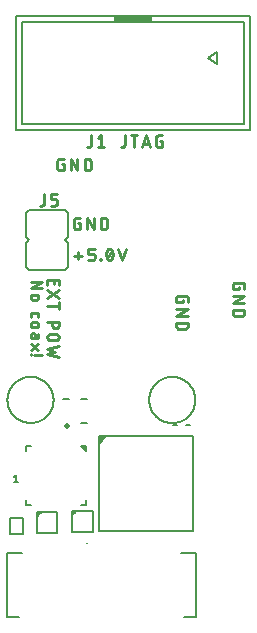
<source format=gto>
G75*
%MOIN*%
%OFA0B0*%
%FSLAX25Y25*%
%IPPOS*%
%LPD*%
%AMOC8*
5,1,8,0,0,1.08239X$1,22.5*
%
%ADD10C,0.00787*%
%ADD11C,0.00600*%
%ADD12C,0.00900*%
%ADD13C,0.00500*%
%ADD14C,0.01969*%
%ADD15R,0.12000X0.02000*%
D10*
X0166691Y0119457D02*
X0166693Y0119646D01*
X0166700Y0119834D01*
X0166712Y0120022D01*
X0166728Y0120210D01*
X0166749Y0120398D01*
X0166774Y0120585D01*
X0166804Y0120771D01*
X0166839Y0120957D01*
X0166878Y0121141D01*
X0166921Y0121325D01*
X0166969Y0121507D01*
X0167022Y0121688D01*
X0167079Y0121868D01*
X0167140Y0122047D01*
X0167206Y0122224D01*
X0167276Y0122399D01*
X0167350Y0122572D01*
X0167429Y0122744D01*
X0167512Y0122913D01*
X0167599Y0123081D01*
X0167690Y0123246D01*
X0167785Y0123409D01*
X0167884Y0123570D01*
X0167986Y0123728D01*
X0168093Y0123883D01*
X0168204Y0124036D01*
X0168318Y0124186D01*
X0168436Y0124334D01*
X0168557Y0124478D01*
X0168682Y0124619D01*
X0168811Y0124757D01*
X0168942Y0124893D01*
X0169078Y0125024D01*
X0169216Y0125153D01*
X0169357Y0125278D01*
X0169501Y0125399D01*
X0169649Y0125517D01*
X0169799Y0125631D01*
X0169952Y0125742D01*
X0170107Y0125849D01*
X0170265Y0125951D01*
X0170426Y0126050D01*
X0170589Y0126145D01*
X0170754Y0126236D01*
X0170922Y0126323D01*
X0171091Y0126406D01*
X0171263Y0126485D01*
X0171436Y0126559D01*
X0171611Y0126629D01*
X0171788Y0126695D01*
X0171967Y0126756D01*
X0172147Y0126813D01*
X0172328Y0126866D01*
X0172510Y0126914D01*
X0172694Y0126957D01*
X0172878Y0126996D01*
X0173064Y0127031D01*
X0173250Y0127061D01*
X0173437Y0127086D01*
X0173625Y0127107D01*
X0173813Y0127123D01*
X0174001Y0127135D01*
X0174189Y0127142D01*
X0174378Y0127144D01*
X0174567Y0127142D01*
X0174755Y0127135D01*
X0174943Y0127123D01*
X0175131Y0127107D01*
X0175319Y0127086D01*
X0175506Y0127061D01*
X0175692Y0127031D01*
X0175878Y0126996D01*
X0176062Y0126957D01*
X0176246Y0126914D01*
X0176428Y0126866D01*
X0176609Y0126813D01*
X0176789Y0126756D01*
X0176968Y0126695D01*
X0177145Y0126629D01*
X0177320Y0126559D01*
X0177493Y0126485D01*
X0177665Y0126406D01*
X0177834Y0126323D01*
X0178002Y0126236D01*
X0178167Y0126145D01*
X0178330Y0126050D01*
X0178491Y0125951D01*
X0178649Y0125849D01*
X0178804Y0125742D01*
X0178957Y0125631D01*
X0179107Y0125517D01*
X0179255Y0125399D01*
X0179399Y0125278D01*
X0179540Y0125153D01*
X0179678Y0125024D01*
X0179814Y0124893D01*
X0179945Y0124757D01*
X0180074Y0124619D01*
X0180199Y0124478D01*
X0180320Y0124334D01*
X0180438Y0124186D01*
X0180552Y0124036D01*
X0180663Y0123883D01*
X0180770Y0123728D01*
X0180872Y0123570D01*
X0180971Y0123409D01*
X0181066Y0123246D01*
X0181157Y0123081D01*
X0181244Y0122913D01*
X0181327Y0122744D01*
X0181406Y0122572D01*
X0181480Y0122399D01*
X0181550Y0122224D01*
X0181616Y0122047D01*
X0181677Y0121868D01*
X0181734Y0121688D01*
X0181787Y0121507D01*
X0181835Y0121325D01*
X0181878Y0121141D01*
X0181917Y0120957D01*
X0181952Y0120771D01*
X0181982Y0120585D01*
X0182007Y0120398D01*
X0182028Y0120210D01*
X0182044Y0120022D01*
X0182056Y0119834D01*
X0182063Y0119646D01*
X0182065Y0119457D01*
X0182063Y0119268D01*
X0182056Y0119080D01*
X0182044Y0118892D01*
X0182028Y0118704D01*
X0182007Y0118516D01*
X0181982Y0118329D01*
X0181952Y0118143D01*
X0181917Y0117957D01*
X0181878Y0117773D01*
X0181835Y0117589D01*
X0181787Y0117407D01*
X0181734Y0117226D01*
X0181677Y0117046D01*
X0181616Y0116867D01*
X0181550Y0116690D01*
X0181480Y0116515D01*
X0181406Y0116342D01*
X0181327Y0116170D01*
X0181244Y0116001D01*
X0181157Y0115833D01*
X0181066Y0115668D01*
X0180971Y0115505D01*
X0180872Y0115344D01*
X0180770Y0115186D01*
X0180663Y0115031D01*
X0180552Y0114878D01*
X0180438Y0114728D01*
X0180320Y0114580D01*
X0180199Y0114436D01*
X0180074Y0114295D01*
X0179945Y0114157D01*
X0179814Y0114021D01*
X0179678Y0113890D01*
X0179540Y0113761D01*
X0179399Y0113636D01*
X0179255Y0113515D01*
X0179107Y0113397D01*
X0178957Y0113283D01*
X0178804Y0113172D01*
X0178649Y0113065D01*
X0178491Y0112963D01*
X0178330Y0112864D01*
X0178167Y0112769D01*
X0178002Y0112678D01*
X0177834Y0112591D01*
X0177665Y0112508D01*
X0177493Y0112429D01*
X0177320Y0112355D01*
X0177145Y0112285D01*
X0176968Y0112219D01*
X0176789Y0112158D01*
X0176609Y0112101D01*
X0176428Y0112048D01*
X0176246Y0112000D01*
X0176062Y0111957D01*
X0175878Y0111918D01*
X0175692Y0111883D01*
X0175506Y0111853D01*
X0175319Y0111828D01*
X0175131Y0111807D01*
X0174943Y0111791D01*
X0174755Y0111779D01*
X0174567Y0111772D01*
X0174378Y0111770D01*
X0174189Y0111772D01*
X0174001Y0111779D01*
X0173813Y0111791D01*
X0173625Y0111807D01*
X0173437Y0111828D01*
X0173250Y0111853D01*
X0173064Y0111883D01*
X0172878Y0111918D01*
X0172694Y0111957D01*
X0172510Y0112000D01*
X0172328Y0112048D01*
X0172147Y0112101D01*
X0171967Y0112158D01*
X0171788Y0112219D01*
X0171611Y0112285D01*
X0171436Y0112355D01*
X0171263Y0112429D01*
X0171091Y0112508D01*
X0170922Y0112591D01*
X0170754Y0112678D01*
X0170589Y0112769D01*
X0170426Y0112864D01*
X0170265Y0112963D01*
X0170107Y0113065D01*
X0169952Y0113172D01*
X0169799Y0113283D01*
X0169649Y0113397D01*
X0169501Y0113515D01*
X0169357Y0113636D01*
X0169216Y0113761D01*
X0169078Y0113890D01*
X0168942Y0114021D01*
X0168811Y0114157D01*
X0168682Y0114295D01*
X0168557Y0114436D01*
X0168436Y0114580D01*
X0168318Y0114728D01*
X0168204Y0114878D01*
X0168093Y0115031D01*
X0167986Y0115186D01*
X0167884Y0115344D01*
X0167785Y0115505D01*
X0167690Y0115668D01*
X0167599Y0115833D01*
X0167512Y0116001D01*
X0167429Y0116170D01*
X0167350Y0116342D01*
X0167276Y0116515D01*
X0167206Y0116690D01*
X0167140Y0116867D01*
X0167079Y0117046D01*
X0167022Y0117226D01*
X0166969Y0117407D01*
X0166921Y0117589D01*
X0166878Y0117773D01*
X0166839Y0117957D01*
X0166804Y0118143D01*
X0166774Y0118329D01*
X0166749Y0118516D01*
X0166728Y0118704D01*
X0166712Y0118892D01*
X0166700Y0119080D01*
X0166693Y0119268D01*
X0166691Y0119457D01*
X0213935Y0119457D02*
X0213937Y0119646D01*
X0213944Y0119834D01*
X0213956Y0120022D01*
X0213972Y0120210D01*
X0213993Y0120398D01*
X0214018Y0120585D01*
X0214048Y0120771D01*
X0214083Y0120957D01*
X0214122Y0121141D01*
X0214165Y0121325D01*
X0214213Y0121507D01*
X0214266Y0121688D01*
X0214323Y0121868D01*
X0214384Y0122047D01*
X0214450Y0122224D01*
X0214520Y0122399D01*
X0214594Y0122572D01*
X0214673Y0122744D01*
X0214756Y0122913D01*
X0214843Y0123081D01*
X0214934Y0123246D01*
X0215029Y0123409D01*
X0215128Y0123570D01*
X0215230Y0123728D01*
X0215337Y0123883D01*
X0215448Y0124036D01*
X0215562Y0124186D01*
X0215680Y0124334D01*
X0215801Y0124478D01*
X0215926Y0124619D01*
X0216055Y0124757D01*
X0216186Y0124893D01*
X0216322Y0125024D01*
X0216460Y0125153D01*
X0216601Y0125278D01*
X0216745Y0125399D01*
X0216893Y0125517D01*
X0217043Y0125631D01*
X0217196Y0125742D01*
X0217351Y0125849D01*
X0217509Y0125951D01*
X0217670Y0126050D01*
X0217833Y0126145D01*
X0217998Y0126236D01*
X0218166Y0126323D01*
X0218335Y0126406D01*
X0218507Y0126485D01*
X0218680Y0126559D01*
X0218855Y0126629D01*
X0219032Y0126695D01*
X0219211Y0126756D01*
X0219391Y0126813D01*
X0219572Y0126866D01*
X0219754Y0126914D01*
X0219938Y0126957D01*
X0220122Y0126996D01*
X0220308Y0127031D01*
X0220494Y0127061D01*
X0220681Y0127086D01*
X0220869Y0127107D01*
X0221057Y0127123D01*
X0221245Y0127135D01*
X0221433Y0127142D01*
X0221622Y0127144D01*
X0221811Y0127142D01*
X0221999Y0127135D01*
X0222187Y0127123D01*
X0222375Y0127107D01*
X0222563Y0127086D01*
X0222750Y0127061D01*
X0222936Y0127031D01*
X0223122Y0126996D01*
X0223306Y0126957D01*
X0223490Y0126914D01*
X0223672Y0126866D01*
X0223853Y0126813D01*
X0224033Y0126756D01*
X0224212Y0126695D01*
X0224389Y0126629D01*
X0224564Y0126559D01*
X0224737Y0126485D01*
X0224909Y0126406D01*
X0225078Y0126323D01*
X0225246Y0126236D01*
X0225411Y0126145D01*
X0225574Y0126050D01*
X0225735Y0125951D01*
X0225893Y0125849D01*
X0226048Y0125742D01*
X0226201Y0125631D01*
X0226351Y0125517D01*
X0226499Y0125399D01*
X0226643Y0125278D01*
X0226784Y0125153D01*
X0226922Y0125024D01*
X0227058Y0124893D01*
X0227189Y0124757D01*
X0227318Y0124619D01*
X0227443Y0124478D01*
X0227564Y0124334D01*
X0227682Y0124186D01*
X0227796Y0124036D01*
X0227907Y0123883D01*
X0228014Y0123728D01*
X0228116Y0123570D01*
X0228215Y0123409D01*
X0228310Y0123246D01*
X0228401Y0123081D01*
X0228488Y0122913D01*
X0228571Y0122744D01*
X0228650Y0122572D01*
X0228724Y0122399D01*
X0228794Y0122224D01*
X0228860Y0122047D01*
X0228921Y0121868D01*
X0228978Y0121688D01*
X0229031Y0121507D01*
X0229079Y0121325D01*
X0229122Y0121141D01*
X0229161Y0120957D01*
X0229196Y0120771D01*
X0229226Y0120585D01*
X0229251Y0120398D01*
X0229272Y0120210D01*
X0229288Y0120022D01*
X0229300Y0119834D01*
X0229307Y0119646D01*
X0229309Y0119457D01*
X0229307Y0119268D01*
X0229300Y0119080D01*
X0229288Y0118892D01*
X0229272Y0118704D01*
X0229251Y0118516D01*
X0229226Y0118329D01*
X0229196Y0118143D01*
X0229161Y0117957D01*
X0229122Y0117773D01*
X0229079Y0117589D01*
X0229031Y0117407D01*
X0228978Y0117226D01*
X0228921Y0117046D01*
X0228860Y0116867D01*
X0228794Y0116690D01*
X0228724Y0116515D01*
X0228650Y0116342D01*
X0228571Y0116170D01*
X0228488Y0116001D01*
X0228401Y0115833D01*
X0228310Y0115668D01*
X0228215Y0115505D01*
X0228116Y0115344D01*
X0228014Y0115186D01*
X0227907Y0115031D01*
X0227796Y0114878D01*
X0227682Y0114728D01*
X0227564Y0114580D01*
X0227443Y0114436D01*
X0227318Y0114295D01*
X0227189Y0114157D01*
X0227058Y0114021D01*
X0226922Y0113890D01*
X0226784Y0113761D01*
X0226643Y0113636D01*
X0226499Y0113515D01*
X0226351Y0113397D01*
X0226201Y0113283D01*
X0226048Y0113172D01*
X0225893Y0113065D01*
X0225735Y0112963D01*
X0225574Y0112864D01*
X0225411Y0112769D01*
X0225246Y0112678D01*
X0225078Y0112591D01*
X0224909Y0112508D01*
X0224737Y0112429D01*
X0224564Y0112355D01*
X0224389Y0112285D01*
X0224212Y0112219D01*
X0224033Y0112158D01*
X0223853Y0112101D01*
X0223672Y0112048D01*
X0223490Y0112000D01*
X0223306Y0111957D01*
X0223122Y0111918D01*
X0222936Y0111883D01*
X0222750Y0111853D01*
X0222563Y0111828D01*
X0222375Y0111807D01*
X0222187Y0111791D01*
X0221999Y0111779D01*
X0221811Y0111772D01*
X0221622Y0111770D01*
X0221433Y0111772D01*
X0221245Y0111779D01*
X0221057Y0111791D01*
X0220869Y0111807D01*
X0220681Y0111828D01*
X0220494Y0111853D01*
X0220308Y0111883D01*
X0220122Y0111918D01*
X0219938Y0111957D01*
X0219754Y0112000D01*
X0219572Y0112048D01*
X0219391Y0112101D01*
X0219211Y0112158D01*
X0219032Y0112219D01*
X0218855Y0112285D01*
X0218680Y0112355D01*
X0218507Y0112429D01*
X0218335Y0112508D01*
X0218166Y0112591D01*
X0217998Y0112678D01*
X0217833Y0112769D01*
X0217670Y0112864D01*
X0217509Y0112963D01*
X0217351Y0113065D01*
X0217196Y0113172D01*
X0217043Y0113283D01*
X0216893Y0113397D01*
X0216745Y0113515D01*
X0216601Y0113636D01*
X0216460Y0113761D01*
X0216322Y0113890D01*
X0216186Y0114021D01*
X0216055Y0114157D01*
X0215926Y0114295D01*
X0215801Y0114436D01*
X0215680Y0114580D01*
X0215562Y0114728D01*
X0215448Y0114878D01*
X0215337Y0115031D01*
X0215230Y0115186D01*
X0215128Y0115344D01*
X0215029Y0115505D01*
X0214934Y0115668D01*
X0214843Y0115833D01*
X0214756Y0116001D01*
X0214673Y0116170D01*
X0214594Y0116342D01*
X0214520Y0116515D01*
X0214450Y0116690D01*
X0214384Y0116867D01*
X0214323Y0117046D01*
X0214266Y0117226D01*
X0214213Y0117407D01*
X0214165Y0117589D01*
X0214122Y0117773D01*
X0214083Y0117957D01*
X0214048Y0118143D01*
X0214018Y0118329D01*
X0213993Y0118516D01*
X0213972Y0118704D01*
X0213956Y0118892D01*
X0213944Y0119080D01*
X0213937Y0119268D01*
X0213935Y0119457D01*
D11*
X0169457Y0094472D02*
X0169457Y0091922D01*
X0168749Y0091922D02*
X0170165Y0091922D01*
X0168749Y0093905D02*
X0169457Y0094472D01*
X0173890Y0162882D02*
X0172890Y0163882D01*
X0172890Y0171882D01*
X0173890Y0172882D01*
X0172890Y0173882D01*
X0172890Y0181882D01*
X0173890Y0182882D01*
X0185890Y0182882D01*
X0186890Y0181882D01*
X0186890Y0173882D01*
X0185890Y0172882D01*
X0186890Y0171882D01*
X0186890Y0163882D01*
X0185890Y0162882D01*
X0173890Y0162882D01*
D12*
X0174403Y0158829D02*
X0178228Y0158829D01*
X0174403Y0156704D01*
X0178228Y0156704D01*
X0179978Y0156089D02*
X0183802Y0153540D01*
X0183802Y0151908D02*
X0183802Y0149784D01*
X0183802Y0150846D02*
X0179978Y0150846D01*
X0179978Y0153540D02*
X0183802Y0156089D01*
X0183802Y0157706D02*
X0183802Y0159406D01*
X0179978Y0159406D01*
X0179978Y0157706D01*
X0182103Y0158131D02*
X0182103Y0159406D01*
X0176103Y0154506D02*
X0175253Y0154506D01*
X0175196Y0154504D01*
X0175140Y0154498D01*
X0175084Y0154489D01*
X0175028Y0154476D01*
X0174974Y0154459D01*
X0174921Y0154439D01*
X0174870Y0154415D01*
X0174820Y0154387D01*
X0174772Y0154357D01*
X0174726Y0154323D01*
X0174683Y0154286D01*
X0174642Y0154247D01*
X0174604Y0154205D01*
X0174569Y0154160D01*
X0174537Y0154113D01*
X0174508Y0154064D01*
X0174482Y0154014D01*
X0174460Y0153961D01*
X0174441Y0153908D01*
X0174426Y0153853D01*
X0174415Y0153797D01*
X0174407Y0153741D01*
X0174403Y0153684D01*
X0174403Y0153628D01*
X0174407Y0153571D01*
X0174415Y0153515D01*
X0174426Y0153459D01*
X0174441Y0153404D01*
X0174460Y0153351D01*
X0174482Y0153298D01*
X0174508Y0153248D01*
X0174537Y0153199D01*
X0174569Y0153152D01*
X0174604Y0153107D01*
X0174642Y0153065D01*
X0174683Y0153026D01*
X0174726Y0152989D01*
X0174772Y0152955D01*
X0174820Y0152925D01*
X0174870Y0152897D01*
X0174921Y0152873D01*
X0174974Y0152853D01*
X0175028Y0152836D01*
X0175084Y0152823D01*
X0175140Y0152814D01*
X0175196Y0152808D01*
X0175253Y0152806D01*
X0176103Y0152806D01*
X0176160Y0152808D01*
X0176216Y0152814D01*
X0176272Y0152823D01*
X0176328Y0152836D01*
X0176382Y0152853D01*
X0176435Y0152873D01*
X0176486Y0152897D01*
X0176536Y0152925D01*
X0176584Y0152955D01*
X0176630Y0152989D01*
X0176673Y0153026D01*
X0176714Y0153065D01*
X0176752Y0153107D01*
X0176787Y0153152D01*
X0176819Y0153199D01*
X0176848Y0153248D01*
X0176874Y0153298D01*
X0176896Y0153351D01*
X0176915Y0153404D01*
X0176930Y0153459D01*
X0176941Y0153515D01*
X0176949Y0153571D01*
X0176953Y0153628D01*
X0176953Y0153684D01*
X0176949Y0153741D01*
X0176941Y0153797D01*
X0176930Y0153853D01*
X0176915Y0153908D01*
X0176896Y0153961D01*
X0176874Y0154014D01*
X0176848Y0154064D01*
X0176819Y0154113D01*
X0176787Y0154160D01*
X0176752Y0154205D01*
X0176714Y0154247D01*
X0176673Y0154286D01*
X0176630Y0154323D01*
X0176584Y0154357D01*
X0176536Y0154387D01*
X0176486Y0154415D01*
X0176435Y0154439D01*
X0176382Y0154459D01*
X0176328Y0154476D01*
X0176272Y0154489D01*
X0176216Y0154498D01*
X0176160Y0154504D01*
X0176103Y0154506D01*
X0176315Y0148545D02*
X0175041Y0148545D01*
X0174993Y0148543D01*
X0174946Y0148538D01*
X0174899Y0148529D01*
X0174853Y0148517D01*
X0174808Y0148501D01*
X0174765Y0148482D01*
X0174723Y0148460D01*
X0174682Y0148434D01*
X0174644Y0148406D01*
X0174608Y0148375D01*
X0174574Y0148341D01*
X0174543Y0148305D01*
X0174515Y0148267D01*
X0174489Y0148227D01*
X0174467Y0148184D01*
X0174448Y0148141D01*
X0174432Y0148096D01*
X0174420Y0148050D01*
X0174411Y0148003D01*
X0174406Y0147956D01*
X0174404Y0147908D01*
X0174403Y0147908D02*
X0174403Y0147058D01*
X0175253Y0145293D02*
X0176103Y0145293D01*
X0176103Y0145294D02*
X0176160Y0145292D01*
X0176216Y0145286D01*
X0176272Y0145277D01*
X0176328Y0145264D01*
X0176382Y0145247D01*
X0176435Y0145227D01*
X0176486Y0145203D01*
X0176536Y0145175D01*
X0176584Y0145145D01*
X0176630Y0145111D01*
X0176673Y0145074D01*
X0176714Y0145035D01*
X0176752Y0144993D01*
X0176787Y0144948D01*
X0176819Y0144901D01*
X0176848Y0144852D01*
X0176874Y0144802D01*
X0176896Y0144749D01*
X0176915Y0144696D01*
X0176930Y0144641D01*
X0176941Y0144585D01*
X0176949Y0144529D01*
X0176953Y0144472D01*
X0176953Y0144416D01*
X0176949Y0144359D01*
X0176941Y0144303D01*
X0176930Y0144247D01*
X0176915Y0144192D01*
X0176896Y0144139D01*
X0176874Y0144086D01*
X0176848Y0144036D01*
X0176819Y0143987D01*
X0176787Y0143940D01*
X0176752Y0143895D01*
X0176714Y0143853D01*
X0176673Y0143814D01*
X0176630Y0143777D01*
X0176584Y0143743D01*
X0176536Y0143713D01*
X0176486Y0143685D01*
X0176435Y0143661D01*
X0176382Y0143641D01*
X0176328Y0143624D01*
X0176272Y0143611D01*
X0176216Y0143602D01*
X0176160Y0143596D01*
X0176103Y0143594D01*
X0175253Y0143594D01*
X0175196Y0143596D01*
X0175140Y0143602D01*
X0175084Y0143611D01*
X0175028Y0143624D01*
X0174974Y0143641D01*
X0174921Y0143661D01*
X0174870Y0143685D01*
X0174820Y0143713D01*
X0174772Y0143743D01*
X0174726Y0143777D01*
X0174683Y0143814D01*
X0174642Y0143853D01*
X0174604Y0143895D01*
X0174569Y0143940D01*
X0174537Y0143987D01*
X0174508Y0144036D01*
X0174482Y0144086D01*
X0174460Y0144139D01*
X0174441Y0144192D01*
X0174426Y0144247D01*
X0174415Y0144303D01*
X0174407Y0144359D01*
X0174403Y0144416D01*
X0174403Y0144472D01*
X0174407Y0144529D01*
X0174415Y0144585D01*
X0174426Y0144641D01*
X0174441Y0144696D01*
X0174460Y0144749D01*
X0174482Y0144802D01*
X0174508Y0144852D01*
X0174537Y0144901D01*
X0174569Y0144948D01*
X0174604Y0144993D01*
X0174642Y0145035D01*
X0174683Y0145074D01*
X0174726Y0145111D01*
X0174772Y0145145D01*
X0174820Y0145175D01*
X0174870Y0145203D01*
X0174921Y0145227D01*
X0174974Y0145247D01*
X0175028Y0145264D01*
X0175084Y0145277D01*
X0175140Y0145286D01*
X0175196Y0145292D01*
X0175253Y0145294D01*
X0176953Y0147058D02*
X0176953Y0147908D01*
X0176952Y0147908D02*
X0176950Y0147956D01*
X0176945Y0148003D01*
X0176936Y0148050D01*
X0176924Y0148096D01*
X0176908Y0148141D01*
X0176889Y0148184D01*
X0176867Y0148227D01*
X0176841Y0148267D01*
X0176813Y0148305D01*
X0176782Y0148341D01*
X0176748Y0148375D01*
X0176712Y0148406D01*
X0176674Y0148434D01*
X0176634Y0148460D01*
X0176591Y0148482D01*
X0176548Y0148501D01*
X0176503Y0148517D01*
X0176457Y0148529D01*
X0176410Y0148538D01*
X0176363Y0148543D01*
X0176315Y0148545D01*
X0179978Y0145424D02*
X0183802Y0145424D01*
X0183802Y0144361D01*
X0183800Y0144297D01*
X0183794Y0144233D01*
X0183785Y0144170D01*
X0183771Y0144107D01*
X0183754Y0144045D01*
X0183733Y0143984D01*
X0183708Y0143925D01*
X0183680Y0143867D01*
X0183649Y0143812D01*
X0183614Y0143758D01*
X0183576Y0143706D01*
X0183535Y0143657D01*
X0183491Y0143610D01*
X0183444Y0143566D01*
X0183395Y0143525D01*
X0183343Y0143487D01*
X0183289Y0143452D01*
X0183234Y0143421D01*
X0183176Y0143393D01*
X0183117Y0143368D01*
X0183056Y0143347D01*
X0182994Y0143330D01*
X0182931Y0143316D01*
X0182868Y0143307D01*
X0182804Y0143301D01*
X0182740Y0143299D01*
X0182676Y0143301D01*
X0182612Y0143307D01*
X0182549Y0143316D01*
X0182486Y0143330D01*
X0182424Y0143347D01*
X0182363Y0143368D01*
X0182304Y0143393D01*
X0182246Y0143421D01*
X0182191Y0143452D01*
X0182137Y0143487D01*
X0182085Y0143525D01*
X0182036Y0143566D01*
X0181989Y0143610D01*
X0181945Y0143657D01*
X0181904Y0143706D01*
X0181866Y0143758D01*
X0181831Y0143812D01*
X0181800Y0143867D01*
X0181772Y0143925D01*
X0181747Y0143984D01*
X0181726Y0144045D01*
X0181709Y0144107D01*
X0181695Y0144170D01*
X0181686Y0144233D01*
X0181680Y0144297D01*
X0181678Y0144361D01*
X0181678Y0145424D01*
X0181040Y0141420D02*
X0182740Y0141420D01*
X0182804Y0141418D01*
X0182868Y0141412D01*
X0182931Y0141403D01*
X0182994Y0141389D01*
X0183056Y0141372D01*
X0183117Y0141351D01*
X0183176Y0141326D01*
X0183234Y0141298D01*
X0183289Y0141267D01*
X0183343Y0141232D01*
X0183395Y0141194D01*
X0183444Y0141153D01*
X0183491Y0141109D01*
X0183535Y0141062D01*
X0183576Y0141013D01*
X0183614Y0140961D01*
X0183649Y0140907D01*
X0183680Y0140852D01*
X0183708Y0140794D01*
X0183733Y0140735D01*
X0183754Y0140674D01*
X0183771Y0140612D01*
X0183785Y0140549D01*
X0183794Y0140486D01*
X0183800Y0140422D01*
X0183802Y0140358D01*
X0183800Y0140294D01*
X0183794Y0140230D01*
X0183785Y0140167D01*
X0183771Y0140104D01*
X0183754Y0140042D01*
X0183733Y0139981D01*
X0183708Y0139922D01*
X0183680Y0139864D01*
X0183649Y0139809D01*
X0183614Y0139755D01*
X0183576Y0139703D01*
X0183535Y0139654D01*
X0183491Y0139607D01*
X0183444Y0139563D01*
X0183395Y0139522D01*
X0183343Y0139484D01*
X0183289Y0139449D01*
X0183234Y0139418D01*
X0183176Y0139390D01*
X0183117Y0139365D01*
X0183056Y0139344D01*
X0182994Y0139327D01*
X0182931Y0139313D01*
X0182868Y0139304D01*
X0182804Y0139298D01*
X0182740Y0139296D01*
X0182740Y0139295D02*
X0181040Y0139295D01*
X0181040Y0139296D02*
X0180976Y0139298D01*
X0180912Y0139304D01*
X0180849Y0139313D01*
X0180786Y0139327D01*
X0180724Y0139344D01*
X0180663Y0139365D01*
X0180604Y0139390D01*
X0180546Y0139418D01*
X0180491Y0139449D01*
X0180437Y0139484D01*
X0180385Y0139522D01*
X0180336Y0139563D01*
X0180289Y0139607D01*
X0180245Y0139654D01*
X0180204Y0139703D01*
X0180166Y0139755D01*
X0180131Y0139809D01*
X0180100Y0139864D01*
X0180072Y0139922D01*
X0180047Y0139981D01*
X0180026Y0140042D01*
X0180009Y0140104D01*
X0179995Y0140167D01*
X0179986Y0140230D01*
X0179980Y0140294D01*
X0179978Y0140358D01*
X0179980Y0140422D01*
X0179986Y0140486D01*
X0179995Y0140549D01*
X0180009Y0140612D01*
X0180026Y0140674D01*
X0180047Y0140735D01*
X0180072Y0140794D01*
X0180100Y0140852D01*
X0180131Y0140907D01*
X0180166Y0140961D01*
X0180204Y0141013D01*
X0180245Y0141062D01*
X0180289Y0141109D01*
X0180336Y0141153D01*
X0180385Y0141194D01*
X0180437Y0141232D01*
X0180491Y0141267D01*
X0180546Y0141298D01*
X0180604Y0141326D01*
X0180663Y0141351D01*
X0180724Y0141372D01*
X0180786Y0141389D01*
X0180849Y0141403D01*
X0180912Y0141412D01*
X0180976Y0141418D01*
X0181040Y0141420D01*
X0176953Y0141433D02*
X0176953Y0140583D01*
X0176952Y0140583D02*
X0176950Y0140535D01*
X0176945Y0140488D01*
X0176936Y0140441D01*
X0176924Y0140395D01*
X0176908Y0140350D01*
X0176889Y0140307D01*
X0176867Y0140265D01*
X0176841Y0140224D01*
X0176813Y0140186D01*
X0176782Y0140150D01*
X0176748Y0140116D01*
X0176712Y0140085D01*
X0176674Y0140057D01*
X0176634Y0140031D01*
X0176591Y0140009D01*
X0176548Y0139990D01*
X0176503Y0139974D01*
X0176457Y0139962D01*
X0176410Y0139953D01*
X0176363Y0139948D01*
X0176315Y0139946D01*
X0174403Y0139946D01*
X0174403Y0140902D01*
X0174405Y0140955D01*
X0174411Y0141008D01*
X0174420Y0141060D01*
X0174433Y0141112D01*
X0174450Y0141162D01*
X0174470Y0141211D01*
X0174494Y0141259D01*
X0174521Y0141304D01*
X0174551Y0141348D01*
X0174585Y0141389D01*
X0174621Y0141428D01*
X0174660Y0141464D01*
X0174701Y0141498D01*
X0174745Y0141528D01*
X0174790Y0141555D01*
X0174838Y0141579D01*
X0174887Y0141599D01*
X0174937Y0141616D01*
X0174989Y0141629D01*
X0175041Y0141638D01*
X0175094Y0141644D01*
X0175147Y0141646D01*
X0175200Y0141644D01*
X0175253Y0141638D01*
X0175305Y0141629D01*
X0175357Y0141616D01*
X0175407Y0141599D01*
X0175456Y0141579D01*
X0175504Y0141555D01*
X0175549Y0141528D01*
X0175593Y0141498D01*
X0175634Y0141464D01*
X0175673Y0141428D01*
X0175709Y0141389D01*
X0175743Y0141348D01*
X0175773Y0141304D01*
X0175800Y0141259D01*
X0175824Y0141211D01*
X0175844Y0141162D01*
X0175861Y0141112D01*
X0175874Y0141060D01*
X0175883Y0141008D01*
X0175889Y0140955D01*
X0175891Y0140902D01*
X0175890Y0140902D02*
X0175890Y0139946D01*
X0176953Y0137923D02*
X0174403Y0136224D01*
X0174403Y0134629D02*
X0174403Y0134416D01*
X0174616Y0134416D01*
X0174616Y0134629D01*
X0174403Y0134629D01*
X0175678Y0134522D02*
X0178228Y0134522D01*
X0179978Y0134689D02*
X0183802Y0133839D01*
X0182528Y0135539D02*
X0179978Y0134689D01*
X0179978Y0136389D02*
X0182528Y0135539D01*
X0183802Y0137239D02*
X0179978Y0136389D01*
X0176953Y0136224D02*
X0174403Y0137923D01*
X0190197Y0166261D02*
X0190197Y0168811D01*
X0188922Y0167536D02*
X0191472Y0167536D01*
X0193670Y0168173D02*
X0193670Y0169873D01*
X0195795Y0169873D01*
X0194945Y0168173D02*
X0193670Y0168173D01*
X0194945Y0168174D02*
X0195001Y0168172D01*
X0195056Y0168167D01*
X0195111Y0168158D01*
X0195165Y0168145D01*
X0195218Y0168129D01*
X0195270Y0168109D01*
X0195321Y0168086D01*
X0195370Y0168060D01*
X0195417Y0168031D01*
X0195462Y0167998D01*
X0195505Y0167963D01*
X0195546Y0167925D01*
X0195584Y0167884D01*
X0195619Y0167841D01*
X0195652Y0167796D01*
X0195681Y0167749D01*
X0195707Y0167700D01*
X0195730Y0167649D01*
X0195750Y0167597D01*
X0195766Y0167544D01*
X0195779Y0167490D01*
X0195788Y0167435D01*
X0195793Y0167380D01*
X0195795Y0167324D01*
X0195795Y0166899D01*
X0195793Y0166843D01*
X0195788Y0166788D01*
X0195779Y0166733D01*
X0195766Y0166679D01*
X0195750Y0166626D01*
X0195730Y0166574D01*
X0195707Y0166523D01*
X0195681Y0166474D01*
X0195652Y0166427D01*
X0195619Y0166382D01*
X0195584Y0166339D01*
X0195546Y0166298D01*
X0195505Y0166260D01*
X0195462Y0166225D01*
X0195417Y0166192D01*
X0195370Y0166163D01*
X0195321Y0166137D01*
X0195270Y0166114D01*
X0195218Y0166094D01*
X0195165Y0166078D01*
X0195111Y0166065D01*
X0195056Y0166056D01*
X0195001Y0166051D01*
X0194945Y0166049D01*
X0193670Y0166049D01*
X0197603Y0166049D02*
X0197815Y0166049D01*
X0197815Y0166261D01*
X0197603Y0166261D01*
X0197603Y0166049D01*
X0201429Y0166580D02*
X0201476Y0166679D01*
X0201519Y0166781D01*
X0201558Y0166883D01*
X0201594Y0166987D01*
X0201626Y0167093D01*
X0201654Y0167199D01*
X0201679Y0167306D01*
X0201700Y0167414D01*
X0201717Y0167523D01*
X0201731Y0167632D01*
X0201740Y0167741D01*
X0201746Y0167851D01*
X0201748Y0167961D01*
X0199623Y0167961D02*
X0199625Y0168071D01*
X0199631Y0168181D01*
X0199640Y0168290D01*
X0199654Y0168399D01*
X0199671Y0168508D01*
X0199692Y0168616D01*
X0199717Y0168723D01*
X0199745Y0168829D01*
X0199777Y0168935D01*
X0199813Y0169039D01*
X0199852Y0169141D01*
X0199895Y0169243D01*
X0199942Y0169342D01*
X0199941Y0169342D02*
X0199961Y0169392D01*
X0199984Y0169442D01*
X0200010Y0169489D01*
X0200039Y0169535D01*
X0200071Y0169578D01*
X0200107Y0169619D01*
X0200145Y0169658D01*
X0200185Y0169694D01*
X0200228Y0169727D01*
X0200273Y0169757D01*
X0200320Y0169783D01*
X0200369Y0169807D01*
X0200419Y0169827D01*
X0200471Y0169843D01*
X0200524Y0169856D01*
X0200577Y0169866D01*
X0200631Y0169871D01*
X0200685Y0169873D01*
X0200739Y0169871D01*
X0200793Y0169866D01*
X0200846Y0169856D01*
X0200899Y0169843D01*
X0200951Y0169827D01*
X0201001Y0169807D01*
X0201050Y0169783D01*
X0201097Y0169757D01*
X0201142Y0169727D01*
X0201185Y0169694D01*
X0201225Y0169658D01*
X0201263Y0169619D01*
X0201299Y0169578D01*
X0201331Y0169535D01*
X0201360Y0169489D01*
X0201386Y0169442D01*
X0201409Y0169393D01*
X0201429Y0169342D01*
X0201535Y0169023D02*
X0199836Y0166899D01*
X0200685Y0166049D02*
X0200739Y0166051D01*
X0200793Y0166056D01*
X0200846Y0166066D01*
X0200899Y0166079D01*
X0200951Y0166095D01*
X0201001Y0166115D01*
X0201050Y0166139D01*
X0201097Y0166165D01*
X0201142Y0166195D01*
X0201185Y0166228D01*
X0201225Y0166264D01*
X0201263Y0166303D01*
X0201299Y0166344D01*
X0201331Y0166387D01*
X0201360Y0166433D01*
X0201386Y0166480D01*
X0201409Y0166529D01*
X0201429Y0166580D01*
X0200685Y0166049D02*
X0200631Y0166051D01*
X0200577Y0166056D01*
X0200524Y0166066D01*
X0200471Y0166079D01*
X0200419Y0166095D01*
X0200369Y0166115D01*
X0200320Y0166139D01*
X0200273Y0166165D01*
X0200228Y0166195D01*
X0200185Y0166228D01*
X0200145Y0166264D01*
X0200107Y0166303D01*
X0200071Y0166344D01*
X0200039Y0166387D01*
X0200010Y0166433D01*
X0199984Y0166480D01*
X0199961Y0166529D01*
X0199941Y0166580D01*
X0201748Y0167961D02*
X0201746Y0168071D01*
X0201740Y0168181D01*
X0201731Y0168290D01*
X0201717Y0168399D01*
X0201700Y0168508D01*
X0201679Y0168616D01*
X0201654Y0168723D01*
X0201626Y0168829D01*
X0201594Y0168935D01*
X0201558Y0169039D01*
X0201519Y0169141D01*
X0201476Y0169243D01*
X0201429Y0169342D01*
X0199623Y0167961D02*
X0199625Y0167851D01*
X0199631Y0167741D01*
X0199640Y0167632D01*
X0199654Y0167523D01*
X0199671Y0167414D01*
X0199692Y0167306D01*
X0199717Y0167199D01*
X0199745Y0167093D01*
X0199777Y0166987D01*
X0199813Y0166883D01*
X0199852Y0166781D01*
X0199895Y0166679D01*
X0199942Y0166580D01*
X0203663Y0169873D02*
X0204937Y0166049D01*
X0206212Y0169873D01*
X0198953Y0176285D02*
X0197891Y0176285D01*
X0197891Y0180109D01*
X0198953Y0180109D01*
X0199017Y0180107D01*
X0199081Y0180101D01*
X0199144Y0180092D01*
X0199207Y0180078D01*
X0199269Y0180061D01*
X0199330Y0180040D01*
X0199389Y0180015D01*
X0199447Y0179987D01*
X0199502Y0179956D01*
X0199556Y0179921D01*
X0199608Y0179883D01*
X0199657Y0179842D01*
X0199704Y0179798D01*
X0199748Y0179751D01*
X0199789Y0179702D01*
X0199827Y0179650D01*
X0199862Y0179596D01*
X0199893Y0179541D01*
X0199921Y0179483D01*
X0199946Y0179424D01*
X0199967Y0179363D01*
X0199984Y0179301D01*
X0199998Y0179238D01*
X0200007Y0179175D01*
X0200013Y0179111D01*
X0200015Y0179047D01*
X0200015Y0177347D01*
X0200013Y0177283D01*
X0200007Y0177219D01*
X0199998Y0177156D01*
X0199984Y0177093D01*
X0199967Y0177031D01*
X0199946Y0176970D01*
X0199921Y0176911D01*
X0199893Y0176853D01*
X0199862Y0176798D01*
X0199827Y0176744D01*
X0199789Y0176692D01*
X0199748Y0176643D01*
X0199704Y0176596D01*
X0199657Y0176552D01*
X0199608Y0176511D01*
X0199556Y0176473D01*
X0199502Y0176438D01*
X0199447Y0176407D01*
X0199389Y0176379D01*
X0199330Y0176354D01*
X0199269Y0176333D01*
X0199207Y0176316D01*
X0199144Y0176302D01*
X0199081Y0176293D01*
X0199017Y0176287D01*
X0198953Y0176285D01*
X0195480Y0176285D02*
X0195480Y0180109D01*
X0193355Y0180109D02*
X0193355Y0176285D01*
X0195480Y0176285D02*
X0193355Y0180109D01*
X0190945Y0180109D02*
X0189670Y0180109D01*
X0189670Y0180110D02*
X0189612Y0180108D01*
X0189554Y0180102D01*
X0189497Y0180092D01*
X0189441Y0180078D01*
X0189385Y0180061D01*
X0189331Y0180040D01*
X0189279Y0180015D01*
X0189228Y0179986D01*
X0189180Y0179954D01*
X0189134Y0179919D01*
X0189090Y0179881D01*
X0189049Y0179840D01*
X0189011Y0179796D01*
X0188976Y0179750D01*
X0188944Y0179702D01*
X0188915Y0179651D01*
X0188890Y0179599D01*
X0188869Y0179545D01*
X0188852Y0179489D01*
X0188838Y0179433D01*
X0188828Y0179376D01*
X0188822Y0179318D01*
X0188820Y0179260D01*
X0188820Y0177135D01*
X0188822Y0177079D01*
X0188827Y0177024D01*
X0188836Y0176969D01*
X0188849Y0176915D01*
X0188865Y0176862D01*
X0188885Y0176810D01*
X0188908Y0176759D01*
X0188934Y0176710D01*
X0188963Y0176663D01*
X0188996Y0176618D01*
X0189031Y0176575D01*
X0189069Y0176534D01*
X0189110Y0176496D01*
X0189153Y0176461D01*
X0189198Y0176428D01*
X0189245Y0176399D01*
X0189294Y0176373D01*
X0189345Y0176350D01*
X0189397Y0176330D01*
X0189450Y0176314D01*
X0189504Y0176301D01*
X0189559Y0176292D01*
X0189614Y0176287D01*
X0189670Y0176285D01*
X0190945Y0176285D01*
X0190945Y0178410D01*
X0190307Y0178410D01*
X0183342Y0185088D02*
X0183342Y0185513D01*
X0183340Y0185569D01*
X0183335Y0185624D01*
X0183326Y0185679D01*
X0183313Y0185733D01*
X0183297Y0185786D01*
X0183277Y0185838D01*
X0183254Y0185889D01*
X0183228Y0185938D01*
X0183199Y0185985D01*
X0183166Y0186030D01*
X0183131Y0186073D01*
X0183093Y0186114D01*
X0183052Y0186152D01*
X0183009Y0186187D01*
X0182964Y0186220D01*
X0182917Y0186249D01*
X0182868Y0186275D01*
X0182817Y0186298D01*
X0182765Y0186318D01*
X0182712Y0186334D01*
X0182658Y0186347D01*
X0182603Y0186356D01*
X0182548Y0186361D01*
X0182492Y0186363D01*
X0182492Y0186362D02*
X0181217Y0186362D01*
X0181217Y0188062D01*
X0183342Y0188062D01*
X0183342Y0185088D02*
X0183340Y0185032D01*
X0183335Y0184977D01*
X0183326Y0184922D01*
X0183313Y0184868D01*
X0183297Y0184815D01*
X0183277Y0184763D01*
X0183254Y0184712D01*
X0183228Y0184663D01*
X0183199Y0184616D01*
X0183166Y0184571D01*
X0183131Y0184528D01*
X0183093Y0184487D01*
X0183052Y0184449D01*
X0183009Y0184414D01*
X0182964Y0184381D01*
X0182917Y0184352D01*
X0182868Y0184326D01*
X0182817Y0184303D01*
X0182765Y0184283D01*
X0182712Y0184267D01*
X0182658Y0184254D01*
X0182603Y0184245D01*
X0182548Y0184240D01*
X0182492Y0184238D01*
X0181217Y0184238D01*
X0178977Y0185088D02*
X0178977Y0188062D01*
X0178977Y0185088D02*
X0178975Y0185032D01*
X0178970Y0184977D01*
X0178961Y0184922D01*
X0178948Y0184868D01*
X0178932Y0184815D01*
X0178912Y0184763D01*
X0178889Y0184712D01*
X0178863Y0184663D01*
X0178834Y0184616D01*
X0178801Y0184571D01*
X0178766Y0184528D01*
X0178728Y0184487D01*
X0178687Y0184449D01*
X0178644Y0184414D01*
X0178599Y0184381D01*
X0178552Y0184352D01*
X0178503Y0184326D01*
X0178452Y0184303D01*
X0178400Y0184283D01*
X0178347Y0184267D01*
X0178293Y0184254D01*
X0178238Y0184245D01*
X0178183Y0184240D01*
X0178127Y0184238D01*
X0177702Y0184238D01*
X0184158Y0195970D02*
X0185433Y0195970D01*
X0185433Y0198095D01*
X0184795Y0198095D01*
X0183308Y0198945D02*
X0183310Y0199003D01*
X0183316Y0199061D01*
X0183326Y0199118D01*
X0183340Y0199174D01*
X0183357Y0199230D01*
X0183378Y0199284D01*
X0183403Y0199336D01*
X0183432Y0199387D01*
X0183464Y0199435D01*
X0183499Y0199481D01*
X0183537Y0199525D01*
X0183578Y0199566D01*
X0183622Y0199604D01*
X0183668Y0199639D01*
X0183716Y0199671D01*
X0183767Y0199700D01*
X0183819Y0199725D01*
X0183873Y0199746D01*
X0183929Y0199763D01*
X0183985Y0199777D01*
X0184042Y0199787D01*
X0184100Y0199793D01*
X0184158Y0199795D01*
X0184158Y0199794D02*
X0185433Y0199794D01*
X0183308Y0198945D02*
X0183308Y0196820D01*
X0183310Y0196764D01*
X0183315Y0196709D01*
X0183324Y0196654D01*
X0183337Y0196600D01*
X0183353Y0196547D01*
X0183373Y0196495D01*
X0183396Y0196444D01*
X0183422Y0196395D01*
X0183451Y0196348D01*
X0183484Y0196303D01*
X0183519Y0196260D01*
X0183557Y0196219D01*
X0183598Y0196181D01*
X0183641Y0196146D01*
X0183686Y0196113D01*
X0183733Y0196084D01*
X0183782Y0196058D01*
X0183833Y0196035D01*
X0183885Y0196015D01*
X0183938Y0195999D01*
X0183992Y0195986D01*
X0184047Y0195977D01*
X0184102Y0195972D01*
X0184158Y0195970D01*
X0187844Y0195970D02*
X0187844Y0199794D01*
X0189968Y0195970D01*
X0189968Y0199794D01*
X0192379Y0199794D02*
X0192379Y0195970D01*
X0193441Y0195970D01*
X0193505Y0195972D01*
X0193569Y0195978D01*
X0193632Y0195987D01*
X0193695Y0196001D01*
X0193757Y0196018D01*
X0193818Y0196039D01*
X0193877Y0196064D01*
X0193935Y0196092D01*
X0193990Y0196123D01*
X0194044Y0196158D01*
X0194096Y0196196D01*
X0194145Y0196237D01*
X0194192Y0196281D01*
X0194236Y0196328D01*
X0194277Y0196377D01*
X0194315Y0196429D01*
X0194350Y0196483D01*
X0194381Y0196538D01*
X0194409Y0196596D01*
X0194434Y0196655D01*
X0194455Y0196716D01*
X0194472Y0196778D01*
X0194486Y0196841D01*
X0194495Y0196904D01*
X0194501Y0196968D01*
X0194503Y0197032D01*
X0194504Y0197032D02*
X0194504Y0198732D01*
X0194503Y0198732D02*
X0194501Y0198796D01*
X0194495Y0198860D01*
X0194486Y0198923D01*
X0194472Y0198986D01*
X0194455Y0199048D01*
X0194434Y0199109D01*
X0194409Y0199168D01*
X0194381Y0199226D01*
X0194350Y0199281D01*
X0194315Y0199335D01*
X0194277Y0199387D01*
X0194236Y0199436D01*
X0194192Y0199483D01*
X0194145Y0199527D01*
X0194096Y0199568D01*
X0194044Y0199606D01*
X0193990Y0199641D01*
X0193935Y0199672D01*
X0193877Y0199700D01*
X0193818Y0199725D01*
X0193757Y0199746D01*
X0193695Y0199763D01*
X0193632Y0199777D01*
X0193569Y0199786D01*
X0193505Y0199792D01*
X0193441Y0199794D01*
X0192379Y0199794D01*
X0193352Y0203844D02*
X0193777Y0203844D01*
X0193833Y0203846D01*
X0193888Y0203851D01*
X0193943Y0203860D01*
X0193997Y0203873D01*
X0194050Y0203889D01*
X0194102Y0203909D01*
X0194153Y0203932D01*
X0194202Y0203958D01*
X0194249Y0203987D01*
X0194294Y0204020D01*
X0194337Y0204055D01*
X0194378Y0204093D01*
X0194416Y0204134D01*
X0194451Y0204177D01*
X0194484Y0204222D01*
X0194513Y0204269D01*
X0194539Y0204318D01*
X0194562Y0204369D01*
X0194582Y0204421D01*
X0194598Y0204474D01*
X0194611Y0204528D01*
X0194620Y0204583D01*
X0194625Y0204638D01*
X0194627Y0204694D01*
X0194627Y0207669D01*
X0196867Y0206819D02*
X0197929Y0207669D01*
X0197929Y0203844D01*
X0196867Y0203844D02*
X0198991Y0203844D01*
X0204527Y0203765D02*
X0204952Y0203765D01*
X0205008Y0203767D01*
X0205063Y0203772D01*
X0205118Y0203781D01*
X0205172Y0203794D01*
X0205225Y0203810D01*
X0205277Y0203830D01*
X0205328Y0203853D01*
X0205377Y0203879D01*
X0205424Y0203908D01*
X0205469Y0203941D01*
X0205512Y0203976D01*
X0205553Y0204014D01*
X0205591Y0204055D01*
X0205626Y0204098D01*
X0205659Y0204143D01*
X0205688Y0204190D01*
X0205714Y0204239D01*
X0205737Y0204290D01*
X0205757Y0204342D01*
X0205773Y0204395D01*
X0205786Y0204449D01*
X0205795Y0204504D01*
X0205800Y0204559D01*
X0205802Y0204615D01*
X0205802Y0207590D01*
X0207758Y0207590D02*
X0209883Y0207590D01*
X0208821Y0207590D02*
X0208821Y0203765D01*
X0211514Y0203765D02*
X0212789Y0207590D01*
X0214064Y0203765D01*
X0213745Y0204721D02*
X0211833Y0204721D01*
X0216121Y0204615D02*
X0216121Y0206740D01*
X0216120Y0206740D02*
X0216122Y0206798D01*
X0216128Y0206856D01*
X0216138Y0206913D01*
X0216152Y0206969D01*
X0216169Y0207025D01*
X0216190Y0207079D01*
X0216215Y0207131D01*
X0216244Y0207182D01*
X0216276Y0207230D01*
X0216311Y0207276D01*
X0216349Y0207320D01*
X0216390Y0207361D01*
X0216434Y0207399D01*
X0216480Y0207434D01*
X0216528Y0207466D01*
X0216579Y0207495D01*
X0216631Y0207520D01*
X0216685Y0207541D01*
X0216741Y0207558D01*
X0216797Y0207572D01*
X0216854Y0207582D01*
X0216912Y0207588D01*
X0216970Y0207590D01*
X0218245Y0207590D01*
X0218245Y0205890D02*
X0217608Y0205890D01*
X0218245Y0205890D02*
X0218245Y0203765D01*
X0216970Y0203765D01*
X0216914Y0203767D01*
X0216859Y0203772D01*
X0216804Y0203781D01*
X0216750Y0203794D01*
X0216697Y0203810D01*
X0216645Y0203830D01*
X0216594Y0203853D01*
X0216545Y0203879D01*
X0216498Y0203908D01*
X0216453Y0203941D01*
X0216410Y0203976D01*
X0216369Y0204014D01*
X0216331Y0204055D01*
X0216296Y0204098D01*
X0216263Y0204143D01*
X0216234Y0204190D01*
X0216208Y0204239D01*
X0216185Y0204290D01*
X0216165Y0204342D01*
X0216149Y0204395D01*
X0216136Y0204449D01*
X0216127Y0204504D01*
X0216122Y0204559D01*
X0216120Y0204615D01*
X0242686Y0158559D02*
X0244811Y0158559D01*
X0244869Y0158557D01*
X0244927Y0158551D01*
X0244984Y0158541D01*
X0245040Y0158527D01*
X0245096Y0158510D01*
X0245150Y0158489D01*
X0245202Y0158464D01*
X0245253Y0158435D01*
X0245301Y0158403D01*
X0245347Y0158368D01*
X0245391Y0158330D01*
X0245432Y0158289D01*
X0245470Y0158245D01*
X0245505Y0158199D01*
X0245537Y0158151D01*
X0245566Y0158100D01*
X0245591Y0158048D01*
X0245612Y0157994D01*
X0245629Y0157938D01*
X0245643Y0157882D01*
X0245653Y0157825D01*
X0245659Y0157767D01*
X0245661Y0157709D01*
X0245661Y0156434D01*
X0243961Y0156434D02*
X0241836Y0156434D01*
X0241836Y0157709D01*
X0241838Y0157765D01*
X0241843Y0157820D01*
X0241852Y0157875D01*
X0241865Y0157929D01*
X0241881Y0157982D01*
X0241901Y0158034D01*
X0241924Y0158085D01*
X0241950Y0158134D01*
X0241979Y0158181D01*
X0242012Y0158226D01*
X0242047Y0158269D01*
X0242085Y0158310D01*
X0242126Y0158348D01*
X0242169Y0158383D01*
X0242214Y0158416D01*
X0242261Y0158445D01*
X0242310Y0158471D01*
X0242361Y0158494D01*
X0242413Y0158514D01*
X0242466Y0158530D01*
X0242520Y0158543D01*
X0242575Y0158552D01*
X0242630Y0158557D01*
X0242686Y0158559D01*
X0243961Y0157072D02*
X0243961Y0156434D01*
X0245661Y0154023D02*
X0241836Y0154023D01*
X0241836Y0151899D02*
X0245661Y0151899D01*
X0245661Y0154023D02*
X0241836Y0151899D01*
X0241836Y0149488D02*
X0241836Y0148426D01*
X0241836Y0149488D02*
X0245661Y0149488D01*
X0245661Y0148426D01*
X0245660Y0148426D02*
X0245658Y0148362D01*
X0245652Y0148298D01*
X0245643Y0148235D01*
X0245629Y0148172D01*
X0245612Y0148110D01*
X0245591Y0148049D01*
X0245566Y0147990D01*
X0245538Y0147932D01*
X0245507Y0147877D01*
X0245472Y0147823D01*
X0245434Y0147771D01*
X0245393Y0147722D01*
X0245349Y0147675D01*
X0245302Y0147631D01*
X0245253Y0147590D01*
X0245201Y0147552D01*
X0245147Y0147517D01*
X0245092Y0147486D01*
X0245034Y0147458D01*
X0244975Y0147433D01*
X0244914Y0147412D01*
X0244852Y0147395D01*
X0244789Y0147381D01*
X0244726Y0147372D01*
X0244662Y0147366D01*
X0244598Y0147364D01*
X0244598Y0147363D02*
X0242899Y0147363D01*
X0242899Y0147364D02*
X0242835Y0147366D01*
X0242771Y0147372D01*
X0242708Y0147381D01*
X0242645Y0147395D01*
X0242583Y0147412D01*
X0242522Y0147433D01*
X0242463Y0147458D01*
X0242405Y0147486D01*
X0242350Y0147517D01*
X0242296Y0147552D01*
X0242244Y0147590D01*
X0242195Y0147631D01*
X0242148Y0147675D01*
X0242104Y0147722D01*
X0242063Y0147771D01*
X0242025Y0147823D01*
X0241990Y0147877D01*
X0241959Y0147932D01*
X0241931Y0147990D01*
X0241906Y0148049D01*
X0241885Y0148110D01*
X0241868Y0148172D01*
X0241854Y0148235D01*
X0241845Y0148298D01*
X0241839Y0148362D01*
X0241837Y0148426D01*
X0226763Y0147568D02*
X0222939Y0147568D01*
X0226763Y0149693D01*
X0222939Y0149693D01*
X0222939Y0152103D02*
X0222939Y0153378D01*
X0222938Y0153378D02*
X0222940Y0153434D01*
X0222945Y0153489D01*
X0222954Y0153544D01*
X0222967Y0153598D01*
X0222983Y0153651D01*
X0223003Y0153703D01*
X0223026Y0153754D01*
X0223052Y0153803D01*
X0223081Y0153850D01*
X0223114Y0153895D01*
X0223149Y0153938D01*
X0223187Y0153979D01*
X0223228Y0154017D01*
X0223271Y0154052D01*
X0223316Y0154085D01*
X0223363Y0154114D01*
X0223412Y0154140D01*
X0223463Y0154163D01*
X0223515Y0154183D01*
X0223568Y0154199D01*
X0223622Y0154212D01*
X0223677Y0154221D01*
X0223732Y0154226D01*
X0223788Y0154228D01*
X0225913Y0154228D01*
X0225971Y0154226D01*
X0226029Y0154220D01*
X0226086Y0154210D01*
X0226142Y0154196D01*
X0226198Y0154179D01*
X0226252Y0154158D01*
X0226304Y0154133D01*
X0226355Y0154104D01*
X0226403Y0154072D01*
X0226449Y0154037D01*
X0226493Y0153999D01*
X0226534Y0153958D01*
X0226572Y0153914D01*
X0226607Y0153868D01*
X0226639Y0153820D01*
X0226668Y0153769D01*
X0226693Y0153717D01*
X0226714Y0153663D01*
X0226731Y0153607D01*
X0226745Y0153551D01*
X0226755Y0153494D01*
X0226761Y0153436D01*
X0226763Y0153378D01*
X0226763Y0152103D01*
X0225063Y0152103D02*
X0222939Y0152103D01*
X0225063Y0152103D02*
X0225063Y0152741D01*
X0226763Y0145157D02*
X0222939Y0145157D01*
X0222939Y0144095D01*
X0222941Y0144031D01*
X0222947Y0143967D01*
X0222956Y0143904D01*
X0222970Y0143841D01*
X0222987Y0143779D01*
X0223008Y0143718D01*
X0223033Y0143659D01*
X0223061Y0143601D01*
X0223092Y0143546D01*
X0223127Y0143492D01*
X0223165Y0143440D01*
X0223206Y0143391D01*
X0223250Y0143344D01*
X0223297Y0143300D01*
X0223346Y0143259D01*
X0223398Y0143221D01*
X0223452Y0143186D01*
X0223507Y0143155D01*
X0223565Y0143127D01*
X0223624Y0143102D01*
X0223685Y0143081D01*
X0223747Y0143064D01*
X0223810Y0143050D01*
X0223873Y0143041D01*
X0223937Y0143035D01*
X0224001Y0143033D01*
X0225701Y0143033D01*
X0225765Y0143035D01*
X0225829Y0143041D01*
X0225892Y0143050D01*
X0225955Y0143064D01*
X0226017Y0143081D01*
X0226078Y0143102D01*
X0226137Y0143127D01*
X0226195Y0143155D01*
X0226250Y0143186D01*
X0226304Y0143221D01*
X0226356Y0143259D01*
X0226405Y0143300D01*
X0226452Y0143344D01*
X0226496Y0143391D01*
X0226537Y0143440D01*
X0226575Y0143492D01*
X0226610Y0143546D01*
X0226641Y0143601D01*
X0226669Y0143659D01*
X0226694Y0143718D01*
X0226715Y0143779D01*
X0226732Y0143841D01*
X0226746Y0143904D01*
X0226755Y0143967D01*
X0226761Y0144031D01*
X0226763Y0144095D01*
X0226763Y0145157D01*
D13*
X0170441Y0047016D02*
X0166504Y0047016D01*
X0166504Y0068276D01*
X0171622Y0068276D01*
X0171859Y0074733D02*
X0167449Y0074733D01*
X0167449Y0079930D01*
X0171859Y0079930D01*
X0171859Y0074733D01*
X0176445Y0075067D02*
X0183335Y0075067D01*
X0183335Y0081957D01*
X0176445Y0081957D01*
X0176445Y0075067D01*
X0176465Y0080559D02*
X0176465Y0081937D01*
X0177843Y0081937D01*
X0176465Y0080559D01*
X0176465Y0080864D02*
X0176769Y0080864D01*
X0176465Y0081362D02*
X0177268Y0081362D01*
X0177766Y0081861D02*
X0176465Y0081861D01*
X0174615Y0084418D02*
X0173040Y0084418D01*
X0173040Y0085993D01*
X0188256Y0082351D02*
X0188256Y0075461D01*
X0195146Y0075461D01*
X0195146Y0082351D01*
X0188256Y0082351D01*
X0188276Y0082331D02*
X0188276Y0080953D01*
X0189654Y0082331D01*
X0188276Y0082331D01*
X0188276Y0081861D02*
X0189184Y0081861D01*
X0188685Y0081362D02*
X0188276Y0081362D01*
X0191150Y0084418D02*
X0192725Y0084418D01*
X0192725Y0085993D01*
X0197213Y0075756D02*
X0228709Y0075756D01*
X0228709Y0107252D01*
X0199575Y0107252D01*
X0197213Y0104890D01*
X0197213Y0075756D01*
X0193276Y0071819D02*
X0193197Y0071819D01*
X0224378Y0068276D02*
X0229496Y0068276D01*
X0229496Y0047016D01*
X0225559Y0047016D01*
X0192725Y0102528D02*
X0191150Y0104103D01*
X0192725Y0104103D01*
X0192725Y0102528D01*
X0192725Y0104103D01*
X0191150Y0104103D01*
X0191457Y0103795D02*
X0192725Y0103795D01*
X0192725Y0103297D02*
X0191956Y0103297D01*
X0192454Y0102798D02*
X0192725Y0102798D01*
X0197213Y0104890D02*
X0197213Y0105284D01*
X0199181Y0107252D01*
X0197607Y0107252D01*
X0197213Y0106859D01*
X0197213Y0106465D01*
X0197607Y0106071D01*
X0198394Y0106859D01*
X0197607Y0106859D01*
X0197607Y0106465D01*
X0197213Y0106465D02*
X0197213Y0105284D01*
X0197213Y0106859D02*
X0197213Y0107252D01*
X0197607Y0107252D01*
X0199181Y0107252D02*
X0199575Y0107252D01*
X0193158Y0111859D02*
X0191229Y0111859D01*
X0191189Y0119733D02*
X0193158Y0119733D01*
X0187252Y0119733D02*
X0185284Y0119733D01*
X0174615Y0104103D02*
X0173040Y0104103D01*
X0173040Y0102528D01*
X0222026Y0111033D02*
X0223288Y0111033D01*
X0226356Y0111033D02*
X0227619Y0111033D01*
X0247630Y0209512D02*
X0169630Y0209512D01*
X0169630Y0247512D01*
X0202630Y0247512D01*
X0202630Y0245512D01*
X0171630Y0245512D01*
X0171630Y0211512D01*
X0245630Y0211512D01*
X0245630Y0245512D01*
X0214630Y0245512D01*
X0214630Y0247512D01*
X0202630Y0247512D01*
X0202630Y0245512D02*
X0214630Y0245512D01*
X0214630Y0247512D02*
X0247630Y0247512D01*
X0247630Y0209512D01*
X0236630Y0231512D02*
X0233630Y0233512D01*
X0236630Y0235512D01*
X0236630Y0231512D01*
D14*
X0186515Y0110821D03*
D15*
X0208630Y0246512D03*
M02*

</source>
